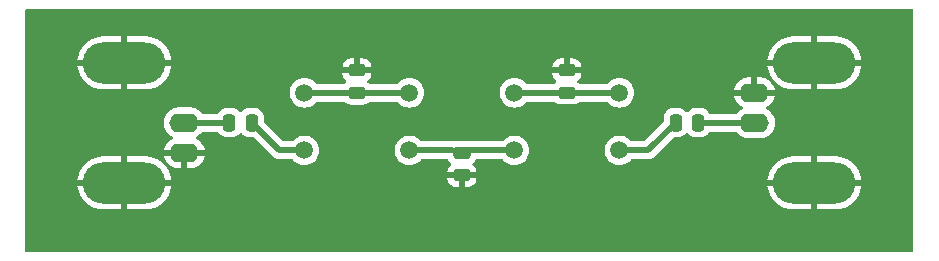
<source format=gbr>
%TF.GenerationSoftware,KiCad,Pcbnew,8.0.1*%
%TF.CreationDate,2024-04-20T09:08:36+02:00*%
%TF.ProjectId,Quarzfilter,51756172-7a66-4696-9c74-65722e6b6963,rev?*%
%TF.SameCoordinates,Original*%
%TF.FileFunction,Copper,L1,Top*%
%TF.FilePolarity,Positive*%
%FSLAX46Y46*%
G04 Gerber Fmt 4.6, Leading zero omitted, Abs format (unit mm)*
G04 Created by KiCad (PCBNEW 8.0.1) date 2024-04-20 09:08:36*
%MOMM*%
%LPD*%
G01*
G04 APERTURE LIST*
G04 Aperture macros list*
%AMRoundRect*
0 Rectangle with rounded corners*
0 $1 Rounding radius*
0 $2 $3 $4 $5 $6 $7 $8 $9 X,Y pos of 4 corners*
0 Add a 4 corners polygon primitive as box body*
4,1,4,$2,$3,$4,$5,$6,$7,$8,$9,$2,$3,0*
0 Add four circle primitives for the rounded corners*
1,1,$1+$1,$2,$3*
1,1,$1+$1,$4,$5*
1,1,$1+$1,$6,$7*
1,1,$1+$1,$8,$9*
0 Add four rect primitives between the rounded corners*
20,1,$1+$1,$2,$3,$4,$5,0*
20,1,$1+$1,$4,$5,$6,$7,0*
20,1,$1+$1,$6,$7,$8,$9,0*
20,1,$1+$1,$8,$9,$2,$3,0*%
G04 Aperture macros list end*
%TA.AperFunction,ComponentPad*%
%ADD10C,1.500000*%
%TD*%
%TA.AperFunction,ComponentPad*%
%ADD11O,2.500000X1.600000*%
%TD*%
%TA.AperFunction,ComponentPad*%
%ADD12O,7.000000X3.500000*%
%TD*%
%TA.AperFunction,SMDPad,CuDef*%
%ADD13RoundRect,0.250000X-0.250000X-0.475000X0.250000X-0.475000X0.250000X0.475000X-0.250000X0.475000X0*%
%TD*%
%TA.AperFunction,SMDPad,CuDef*%
%ADD14RoundRect,0.250000X-0.475000X0.250000X-0.475000X-0.250000X0.475000X-0.250000X0.475000X0.250000X0*%
%TD*%
%TA.AperFunction,SMDPad,CuDef*%
%ADD15RoundRect,0.250000X0.475000X-0.250000X0.475000X0.250000X-0.475000X0.250000X-0.475000X-0.250000X0*%
%TD*%
%TA.AperFunction,Conductor*%
%ADD16C,0.500000*%
%TD*%
%TA.AperFunction,Conductor*%
%ADD17C,0.200000*%
%TD*%
G04 APERTURE END LIST*
D10*
%TO.P,Y4,1,1*%
%TO.N,Net-(C4-Pad2)*%
X151130000Y-86360000D03*
%TO.P,Y4,2,2*%
%TO.N,Net-(C5-Pad1)*%
X151130000Y-91240000D03*
%TD*%
%TO.P,Y3,1,1*%
%TO.N,Net-(C3-Pad2)*%
X142240000Y-91240000D03*
%TO.P,Y3,2,2*%
%TO.N,Net-(C4-Pad2)*%
X142240000Y-86360000D03*
%TD*%
%TO.P,Y2,1,1*%
%TO.N,Net-(C2-Pad1)*%
X133350000Y-86360000D03*
%TO.P,Y2,2,2*%
%TO.N,Net-(C3-Pad2)*%
X133350000Y-91240000D03*
%TD*%
%TO.P,Y1,1,1*%
%TO.N,Net-(C1-Pad2)*%
X124460000Y-91240000D03*
%TO.P,Y1,2,2*%
%TO.N,Net-(C2-Pad1)*%
X124460000Y-86360000D03*
%TD*%
D11*
%TO.P,J2,1,In*%
%TO.N,Net-(J2-In)*%
X162560000Y-88900000D03*
D12*
%TO.P,J2,2,Ext*%
%TO.N,GND*%
X167640000Y-83820000D03*
D11*
X162560000Y-86360000D03*
D12*
X167640000Y-93980000D03*
%TD*%
D11*
%TO.P,J1,1,In*%
%TO.N,Net-(J1-In)*%
X114300000Y-88900000D03*
D12*
%TO.P,J1,2,Ext*%
%TO.N,GND*%
X109220000Y-93980000D03*
D11*
X114300000Y-91440000D03*
D12*
X109220000Y-83820000D03*
%TD*%
D13*
%TO.P,C5,1*%
%TO.N,Net-(C5-Pad1)*%
X155895000Y-88900000D03*
%TO.P,C5,2*%
%TO.N,Net-(J2-In)*%
X157795000Y-88900000D03*
%TD*%
D14*
%TO.P,C4,1*%
%TO.N,GND*%
X146685000Y-84455000D03*
%TO.P,C4,2*%
%TO.N,Net-(C4-Pad2)*%
X146685000Y-86355000D03*
%TD*%
D15*
%TO.P,C3,1*%
%TO.N,GND*%
X137795000Y-93340000D03*
%TO.P,C3,2*%
%TO.N,Net-(C3-Pad2)*%
X137795000Y-91440000D03*
%TD*%
%TO.P,C2,1*%
%TO.N,Net-(C2-Pad1)*%
X128905000Y-86360000D03*
%TO.P,C2,2*%
%TO.N,GND*%
X128905000Y-84460000D03*
%TD*%
D13*
%TO.P,C1,1*%
%TO.N,Net-(J1-In)*%
X118110000Y-88900000D03*
%TO.P,C1,2*%
%TO.N,Net-(C1-Pad2)*%
X120010000Y-88900000D03*
%TD*%
D16*
%TO.N,Net-(J1-In)*%
X118110000Y-88900000D02*
X114300000Y-88900000D01*
%TO.N,Net-(C1-Pad2)*%
X124460000Y-91240000D02*
X122350000Y-91240000D01*
X122350000Y-91240000D02*
X120010000Y-88900000D01*
%TO.N,Net-(C2-Pad1)*%
X128905000Y-86360000D02*
X124460000Y-86360000D01*
X133350000Y-86360000D02*
X128905000Y-86360000D01*
D17*
%TO.N,Net-(C3-Pad2)*%
X137795000Y-91440000D02*
X137160000Y-91440000D01*
X137160000Y-91440000D02*
X136960000Y-91240000D01*
D16*
X136960000Y-91240000D02*
X133350000Y-91240000D01*
X142240000Y-91240000D02*
X137995000Y-91240000D01*
D17*
X137995000Y-91240000D02*
X137795000Y-91440000D01*
D16*
%TO.N,Net-(C4-Pad2)*%
X146685000Y-86355000D02*
X142245000Y-86355000D01*
D17*
X142245000Y-86355000D02*
X142240000Y-86360000D01*
D16*
X151130000Y-86360000D02*
X146690000Y-86360000D01*
D17*
X146690000Y-86360000D02*
X146685000Y-86355000D01*
D16*
%TO.N,Net-(C5-Pad1)*%
X155895000Y-88900000D02*
X153555000Y-91240000D01*
X153555000Y-91240000D02*
X151130000Y-91240000D01*
%TO.N,Net-(J2-In)*%
X161925000Y-88900000D02*
X157795000Y-88900000D01*
%TD*%
%TA.AperFunction,Conductor*%
%TO.N,GND*%
G36*
X175972539Y-79260185D02*
G01*
X176018294Y-79312989D01*
X176029500Y-79364500D01*
X176029500Y-99705500D01*
X176009815Y-99772539D01*
X175957011Y-99818294D01*
X175905500Y-99829500D01*
X100954500Y-99829500D01*
X100887461Y-99809815D01*
X100841706Y-99757011D01*
X100830500Y-99705500D01*
X100830500Y-93730000D01*
X105233497Y-93730000D01*
X108245038Y-93730000D01*
X108215000Y-93881016D01*
X108215000Y-94078984D01*
X108245038Y-94230000D01*
X105233498Y-94230000D01*
X105258496Y-94419884D01*
X105258499Y-94419897D01*
X105334835Y-94704790D01*
X105334838Y-94704800D01*
X105447704Y-94977281D01*
X105447709Y-94977292D01*
X105595174Y-95232707D01*
X105595185Y-95232723D01*
X105774729Y-95466709D01*
X105774735Y-95466716D01*
X105983283Y-95675264D01*
X105983290Y-95675270D01*
X106217276Y-95854814D01*
X106217292Y-95854825D01*
X106472707Y-96002290D01*
X106472718Y-96002295D01*
X106745199Y-96115161D01*
X106745209Y-96115164D01*
X107030102Y-96191500D01*
X107030115Y-96191503D01*
X107322516Y-96229998D01*
X107322534Y-96230000D01*
X108970000Y-96230000D01*
X108970000Y-94954961D01*
X109121016Y-94985000D01*
X109318984Y-94985000D01*
X109470000Y-94954961D01*
X109470000Y-96230000D01*
X111117466Y-96230000D01*
X111117483Y-96229998D01*
X111409884Y-96191503D01*
X111409897Y-96191500D01*
X111694790Y-96115164D01*
X111694800Y-96115161D01*
X111967281Y-96002295D01*
X111967292Y-96002290D01*
X112222707Y-95854825D01*
X112222723Y-95854814D01*
X112456709Y-95675270D01*
X112456716Y-95675264D01*
X112665264Y-95466716D01*
X112665270Y-95466709D01*
X112844814Y-95232723D01*
X112844825Y-95232707D01*
X112992290Y-94977292D01*
X112992295Y-94977281D01*
X113105161Y-94704800D01*
X113105164Y-94704790D01*
X113181500Y-94419897D01*
X113181503Y-94419884D01*
X113206502Y-94230000D01*
X110194962Y-94230000D01*
X110225000Y-94078984D01*
X110225000Y-93881016D01*
X110194962Y-93730000D01*
X113206502Y-93730000D01*
X113188071Y-93590000D01*
X136570001Y-93590000D01*
X136570001Y-93639986D01*
X136580494Y-93742697D01*
X136635641Y-93909119D01*
X136635643Y-93909124D01*
X136727684Y-94058345D01*
X136851654Y-94182315D01*
X137000875Y-94274356D01*
X137000880Y-94274358D01*
X137167302Y-94329505D01*
X137167309Y-94329506D01*
X137270019Y-94339999D01*
X137544999Y-94339999D01*
X137545000Y-94339998D01*
X137545000Y-93590000D01*
X138045000Y-93590000D01*
X138045000Y-94339999D01*
X138319972Y-94339999D01*
X138319986Y-94339998D01*
X138422697Y-94329505D01*
X138589119Y-94274358D01*
X138589124Y-94274356D01*
X138738345Y-94182315D01*
X138862315Y-94058345D01*
X138954356Y-93909124D01*
X138954358Y-93909119D01*
X139009505Y-93742697D01*
X139009506Y-93742690D01*
X139010803Y-93730000D01*
X163653497Y-93730000D01*
X166665038Y-93730000D01*
X166635000Y-93881016D01*
X166635000Y-94078984D01*
X166665038Y-94230000D01*
X163653498Y-94230000D01*
X163678496Y-94419884D01*
X163678499Y-94419897D01*
X163754835Y-94704790D01*
X163754838Y-94704800D01*
X163867704Y-94977281D01*
X163867709Y-94977292D01*
X164015174Y-95232707D01*
X164015185Y-95232723D01*
X164194729Y-95466709D01*
X164194735Y-95466716D01*
X164403283Y-95675264D01*
X164403290Y-95675270D01*
X164637276Y-95854814D01*
X164637292Y-95854825D01*
X164892707Y-96002290D01*
X164892718Y-96002295D01*
X165165199Y-96115161D01*
X165165209Y-96115164D01*
X165450102Y-96191500D01*
X165450115Y-96191503D01*
X165742516Y-96229998D01*
X165742534Y-96230000D01*
X167390000Y-96230000D01*
X167390000Y-94954961D01*
X167541016Y-94985000D01*
X167738984Y-94985000D01*
X167890000Y-94954961D01*
X167890000Y-96230000D01*
X169537466Y-96230000D01*
X169537483Y-96229998D01*
X169829884Y-96191503D01*
X169829897Y-96191500D01*
X170114790Y-96115164D01*
X170114800Y-96115161D01*
X170387281Y-96002295D01*
X170387292Y-96002290D01*
X170642707Y-95854825D01*
X170642723Y-95854814D01*
X170876709Y-95675270D01*
X170876716Y-95675264D01*
X171085264Y-95466716D01*
X171085270Y-95466709D01*
X171264814Y-95232723D01*
X171264825Y-95232707D01*
X171412290Y-94977292D01*
X171412295Y-94977281D01*
X171525161Y-94704800D01*
X171525164Y-94704790D01*
X171601500Y-94419897D01*
X171601503Y-94419884D01*
X171626502Y-94230000D01*
X168614962Y-94230000D01*
X168645000Y-94078984D01*
X168645000Y-93881016D01*
X168614962Y-93730000D01*
X171626502Y-93730000D01*
X171601503Y-93540115D01*
X171601500Y-93540102D01*
X171525164Y-93255209D01*
X171525161Y-93255199D01*
X171412295Y-92982718D01*
X171412290Y-92982707D01*
X171264825Y-92727292D01*
X171264814Y-92727276D01*
X171085270Y-92493290D01*
X171085264Y-92493283D01*
X170876716Y-92284735D01*
X170876709Y-92284729D01*
X170642723Y-92105185D01*
X170642707Y-92105174D01*
X170387292Y-91957709D01*
X170387281Y-91957704D01*
X170114800Y-91844838D01*
X170114790Y-91844835D01*
X169829897Y-91768499D01*
X169829884Y-91768496D01*
X169537483Y-91730001D01*
X169537466Y-91730000D01*
X167890000Y-91730000D01*
X167890000Y-93005038D01*
X167738984Y-92975000D01*
X167541016Y-92975000D01*
X167390000Y-93005038D01*
X167390000Y-91730000D01*
X165742534Y-91730000D01*
X165742516Y-91730001D01*
X165450115Y-91768496D01*
X165450102Y-91768499D01*
X165165209Y-91844835D01*
X165165199Y-91844838D01*
X164892718Y-91957704D01*
X164892707Y-91957709D01*
X164637292Y-92105174D01*
X164637276Y-92105185D01*
X164403290Y-92284729D01*
X164403283Y-92284735D01*
X164194735Y-92493283D01*
X164194729Y-92493290D01*
X164015185Y-92727276D01*
X164015174Y-92727292D01*
X163867709Y-92982707D01*
X163867704Y-92982718D01*
X163754838Y-93255199D01*
X163754835Y-93255209D01*
X163678499Y-93540102D01*
X163678496Y-93540115D01*
X163653497Y-93730000D01*
X139010803Y-93730000D01*
X139019999Y-93639986D01*
X139020000Y-93639973D01*
X139020000Y-93590000D01*
X138045000Y-93590000D01*
X137545000Y-93590000D01*
X136570001Y-93590000D01*
X113188071Y-93590000D01*
X113181503Y-93540115D01*
X113181500Y-93540102D01*
X113105164Y-93255209D01*
X113105161Y-93255199D01*
X112992295Y-92982718D01*
X112992290Y-92982707D01*
X112844825Y-92727292D01*
X112844814Y-92727276D01*
X112665270Y-92493290D01*
X112665264Y-92493283D01*
X112456716Y-92284735D01*
X112456709Y-92284729D01*
X112222723Y-92105185D01*
X112222707Y-92105174D01*
X111967292Y-91957709D01*
X111967281Y-91957704D01*
X111694800Y-91844838D01*
X111694790Y-91844835D01*
X111409897Y-91768499D01*
X111409884Y-91768496D01*
X111117483Y-91730001D01*
X111117466Y-91730000D01*
X109470000Y-91730000D01*
X109470000Y-93005038D01*
X109318984Y-92975000D01*
X109121016Y-92975000D01*
X108970000Y-93005038D01*
X108970000Y-91730000D01*
X107322534Y-91730000D01*
X107322516Y-91730001D01*
X107030115Y-91768496D01*
X107030102Y-91768499D01*
X106745209Y-91844835D01*
X106745199Y-91844838D01*
X106472718Y-91957704D01*
X106472707Y-91957709D01*
X106217292Y-92105174D01*
X106217276Y-92105185D01*
X105983290Y-92284729D01*
X105983283Y-92284735D01*
X105774735Y-92493283D01*
X105774729Y-92493290D01*
X105595185Y-92727276D01*
X105595174Y-92727292D01*
X105447709Y-92982707D01*
X105447704Y-92982718D01*
X105334838Y-93255199D01*
X105334835Y-93255209D01*
X105258499Y-93540102D01*
X105258496Y-93540115D01*
X105233497Y-93730000D01*
X100830500Y-93730000D01*
X100830500Y-89002351D01*
X112549500Y-89002351D01*
X112581522Y-89204534D01*
X112644781Y-89399223D01*
X112737715Y-89581613D01*
X112858028Y-89747213D01*
X113002786Y-89891971D01*
X113107037Y-89967712D01*
X113168390Y-90012287D01*
X113240424Y-90048990D01*
X113261629Y-90059795D01*
X113312425Y-90107770D01*
X113329220Y-90175591D01*
X113306682Y-90241726D01*
X113261629Y-90280765D01*
X113168650Y-90328140D01*
X113003105Y-90448417D01*
X113003104Y-90448417D01*
X112858417Y-90593104D01*
X112858417Y-90593105D01*
X112738140Y-90758650D01*
X112645244Y-90940970D01*
X112582009Y-91135586D01*
X112573391Y-91190000D01*
X113930496Y-91190000D01*
X113885326Y-91268236D01*
X113855000Y-91381415D01*
X113855000Y-91498585D01*
X113885326Y-91611764D01*
X113930496Y-91690000D01*
X112573391Y-91690000D01*
X112582009Y-91744413D01*
X112645244Y-91939029D01*
X112738140Y-92121349D01*
X112858417Y-92286894D01*
X112858417Y-92286895D01*
X113003104Y-92431582D01*
X113168650Y-92551859D01*
X113350968Y-92644755D01*
X113545582Y-92707990D01*
X113747683Y-92740000D01*
X114050000Y-92740000D01*
X114050000Y-91809504D01*
X114128236Y-91854674D01*
X114241415Y-91885000D01*
X114358585Y-91885000D01*
X114471764Y-91854674D01*
X114550000Y-91809504D01*
X114550000Y-92740000D01*
X114852317Y-92740000D01*
X115054417Y-92707990D01*
X115249031Y-92644755D01*
X115431349Y-92551859D01*
X115596894Y-92431582D01*
X115596895Y-92431582D01*
X115741582Y-92286895D01*
X115741582Y-92286894D01*
X115861859Y-92121349D01*
X115954755Y-91939029D01*
X116017990Y-91744413D01*
X116026609Y-91690000D01*
X114669504Y-91690000D01*
X114714674Y-91611764D01*
X114745000Y-91498585D01*
X114745000Y-91381415D01*
X114714674Y-91268236D01*
X114669504Y-91190000D01*
X116026609Y-91190000D01*
X116017990Y-91135586D01*
X115954755Y-90940970D01*
X115861859Y-90758650D01*
X115741582Y-90593105D01*
X115741582Y-90593104D01*
X115596895Y-90448417D01*
X115431349Y-90328140D01*
X115338370Y-90280765D01*
X115287574Y-90232790D01*
X115270779Y-90164969D01*
X115293316Y-90098835D01*
X115338370Y-90059795D01*
X115431610Y-90012287D01*
X115492963Y-89967712D01*
X115597213Y-89891971D01*
X115597215Y-89891968D01*
X115597219Y-89891966D01*
X115741966Y-89747219D01*
X115744650Y-89743524D01*
X115775100Y-89701615D01*
X115830429Y-89658949D01*
X115875418Y-89650500D01*
X117078942Y-89650500D01*
X117145981Y-89670185D01*
X117184479Y-89709401D01*
X117267288Y-89843656D01*
X117391344Y-89967712D01*
X117540666Y-90059814D01*
X117707203Y-90114999D01*
X117809991Y-90125500D01*
X118410008Y-90125499D01*
X118410016Y-90125498D01*
X118410019Y-90125498D01*
X118466302Y-90119748D01*
X118512797Y-90114999D01*
X118679334Y-90059814D01*
X118828656Y-89967712D01*
X118952712Y-89843656D01*
X118954461Y-89840819D01*
X118956169Y-89839283D01*
X118957193Y-89837989D01*
X118957414Y-89838163D01*
X119006406Y-89794096D01*
X119075368Y-89782872D01*
X119139451Y-89810713D01*
X119165537Y-89840817D01*
X119167288Y-89843656D01*
X119291344Y-89967712D01*
X119440666Y-90059814D01*
X119607203Y-90114999D01*
X119709991Y-90125500D01*
X120122769Y-90125499D01*
X120189808Y-90145183D01*
X120210450Y-90161818D01*
X121871578Y-91822947D01*
X121871581Y-91822950D01*
X121871584Y-91822952D01*
X121938464Y-91867639D01*
X121994505Y-91905084D01*
X122031771Y-91920520D01*
X122131088Y-91961659D01*
X122247241Y-91984763D01*
X122266468Y-91988587D01*
X122276081Y-91990500D01*
X122276082Y-91990500D01*
X122276083Y-91990500D01*
X122423918Y-91990500D01*
X123394376Y-91990500D01*
X123461415Y-92010185D01*
X123495949Y-92043374D01*
X123498402Y-92046877D01*
X123653123Y-92201598D01*
X123832361Y-92327102D01*
X124030670Y-92419575D01*
X124242023Y-92476207D01*
X124424926Y-92492208D01*
X124459998Y-92495277D01*
X124460000Y-92495277D01*
X124460002Y-92495277D01*
X124488254Y-92492805D01*
X124677977Y-92476207D01*
X124889330Y-92419575D01*
X125087639Y-92327102D01*
X125266877Y-92201598D01*
X125421598Y-92046877D01*
X125547102Y-91867639D01*
X125639575Y-91669330D01*
X125696207Y-91457977D01*
X125715277Y-91240002D01*
X132094723Y-91240002D01*
X132113793Y-91457975D01*
X132113793Y-91457979D01*
X132170422Y-91669322D01*
X132170424Y-91669326D01*
X132170425Y-91669330D01*
X132205437Y-91744413D01*
X132262897Y-91867638D01*
X132262898Y-91867639D01*
X132388402Y-92046877D01*
X132543123Y-92201598D01*
X132722361Y-92327102D01*
X132920670Y-92419575D01*
X133132023Y-92476207D01*
X133314926Y-92492208D01*
X133349998Y-92495277D01*
X133350000Y-92495277D01*
X133350002Y-92495277D01*
X133378254Y-92492805D01*
X133567977Y-92476207D01*
X133779330Y-92419575D01*
X133977639Y-92327102D01*
X134156877Y-92201598D01*
X134311598Y-92046877D01*
X134314050Y-92043374D01*
X134368628Y-91999751D01*
X134415624Y-91990500D01*
X136554362Y-91990500D01*
X136621401Y-92010185D01*
X136659899Y-92049401D01*
X136727288Y-92158656D01*
X136851344Y-92282712D01*
X136854614Y-92284729D01*
X136854653Y-92284753D01*
X136856445Y-92286746D01*
X136857011Y-92287193D01*
X136856934Y-92287289D01*
X136901379Y-92336699D01*
X136912603Y-92405661D01*
X136884761Y-92469744D01*
X136854665Y-92495826D01*
X136851660Y-92497679D01*
X136851655Y-92497683D01*
X136727684Y-92621654D01*
X136635643Y-92770875D01*
X136635641Y-92770880D01*
X136580494Y-92937302D01*
X136580493Y-92937309D01*
X136570000Y-93040013D01*
X136570000Y-93090000D01*
X139019999Y-93090000D01*
X139019999Y-93040028D01*
X139019998Y-93040013D01*
X139009505Y-92937302D01*
X138954358Y-92770880D01*
X138954356Y-92770875D01*
X138862315Y-92621654D01*
X138738344Y-92497683D01*
X138738341Y-92497681D01*
X138735339Y-92495829D01*
X138733713Y-92494021D01*
X138732677Y-92493202D01*
X138732817Y-92493024D01*
X138688617Y-92443880D01*
X138677397Y-92374917D01*
X138705243Y-92310836D01*
X138735344Y-92284754D01*
X138738656Y-92282712D01*
X138862712Y-92158656D01*
X138930099Y-92049402D01*
X138982047Y-92002679D01*
X139035638Y-91990500D01*
X141174376Y-91990500D01*
X141241415Y-92010185D01*
X141275949Y-92043374D01*
X141278402Y-92046877D01*
X141433123Y-92201598D01*
X141612361Y-92327102D01*
X141810670Y-92419575D01*
X142022023Y-92476207D01*
X142204926Y-92492208D01*
X142239998Y-92495277D01*
X142240000Y-92495277D01*
X142240002Y-92495277D01*
X142268254Y-92492805D01*
X142457977Y-92476207D01*
X142669330Y-92419575D01*
X142867639Y-92327102D01*
X143046877Y-92201598D01*
X143201598Y-92046877D01*
X143327102Y-91867639D01*
X143419575Y-91669330D01*
X143476207Y-91457977D01*
X143495277Y-91240002D01*
X149874723Y-91240002D01*
X149893793Y-91457975D01*
X149893793Y-91457979D01*
X149950422Y-91669322D01*
X149950424Y-91669326D01*
X149950425Y-91669330D01*
X149985437Y-91744413D01*
X150042897Y-91867638D01*
X150042898Y-91867639D01*
X150168402Y-92046877D01*
X150323123Y-92201598D01*
X150502361Y-92327102D01*
X150700670Y-92419575D01*
X150912023Y-92476207D01*
X151094926Y-92492208D01*
X151129998Y-92495277D01*
X151130000Y-92495277D01*
X151130002Y-92495277D01*
X151158254Y-92492805D01*
X151347977Y-92476207D01*
X151559330Y-92419575D01*
X151757639Y-92327102D01*
X151936877Y-92201598D01*
X152091598Y-92046877D01*
X152094050Y-92043374D01*
X152148628Y-91999751D01*
X152195624Y-91990500D01*
X153628920Y-91990500D01*
X153726462Y-91971096D01*
X153773913Y-91961658D01*
X153910495Y-91905084D01*
X153966536Y-91867639D01*
X154033416Y-91822952D01*
X155694549Y-90161817D01*
X155755872Y-90128333D01*
X155782230Y-90125499D01*
X156195002Y-90125499D01*
X156195008Y-90125499D01*
X156297797Y-90114999D01*
X156464334Y-90059814D01*
X156613656Y-89967712D01*
X156737712Y-89843656D01*
X156739461Y-89840819D01*
X156741169Y-89839283D01*
X156742193Y-89837989D01*
X156742414Y-89838163D01*
X156791406Y-89794096D01*
X156860368Y-89782872D01*
X156924451Y-89810713D01*
X156950537Y-89840817D01*
X156952288Y-89843656D01*
X157076344Y-89967712D01*
X157225666Y-90059814D01*
X157392203Y-90114999D01*
X157494991Y-90125500D01*
X158095008Y-90125499D01*
X158095016Y-90125498D01*
X158095019Y-90125498D01*
X158151302Y-90119748D01*
X158197797Y-90114999D01*
X158364334Y-90059814D01*
X158513656Y-89967712D01*
X158637712Y-89843656D01*
X158720519Y-89709402D01*
X158772467Y-89662679D01*
X158826058Y-89650500D01*
X160984582Y-89650500D01*
X161051621Y-89670185D01*
X161084900Y-89701615D01*
X161118028Y-89747212D01*
X161118032Y-89747217D01*
X161262786Y-89891971D01*
X161367037Y-89967712D01*
X161428390Y-90012287D01*
X161521630Y-90059795D01*
X161610776Y-90105218D01*
X161610778Y-90105218D01*
X161610781Y-90105220D01*
X161715137Y-90139127D01*
X161805465Y-90168477D01*
X161850381Y-90175591D01*
X162007648Y-90200500D01*
X162007649Y-90200500D01*
X163112351Y-90200500D01*
X163112352Y-90200500D01*
X163314534Y-90168477D01*
X163509219Y-90105220D01*
X163691610Y-90012287D01*
X163784590Y-89944732D01*
X163857213Y-89891971D01*
X163857215Y-89891968D01*
X163857219Y-89891966D01*
X164001966Y-89747219D01*
X164001968Y-89747215D01*
X164001971Y-89747213D01*
X164073685Y-89648505D01*
X164122287Y-89581610D01*
X164215220Y-89399219D01*
X164278477Y-89204534D01*
X164310500Y-89002352D01*
X164310500Y-88797648D01*
X164278477Y-88595466D01*
X164215220Y-88400781D01*
X164215218Y-88400778D01*
X164215218Y-88400776D01*
X164181503Y-88334607D01*
X164122287Y-88218390D01*
X164072236Y-88149500D01*
X164001971Y-88052786D01*
X163857213Y-87908028D01*
X163691611Y-87787713D01*
X163598369Y-87740203D01*
X163547574Y-87692229D01*
X163530779Y-87624407D01*
X163553317Y-87558273D01*
X163598371Y-87519234D01*
X163691347Y-87471861D01*
X163856894Y-87351582D01*
X163856895Y-87351582D01*
X164001582Y-87206895D01*
X164001582Y-87206894D01*
X164121859Y-87041349D01*
X164214755Y-86859029D01*
X164277990Y-86664413D01*
X164286609Y-86610000D01*
X162929504Y-86610000D01*
X162974674Y-86531764D01*
X163005000Y-86418585D01*
X163005000Y-86301415D01*
X162974674Y-86188236D01*
X162929504Y-86110000D01*
X164286609Y-86110000D01*
X164277990Y-86055586D01*
X164214755Y-85860970D01*
X164121859Y-85678650D01*
X164001582Y-85513105D01*
X164001582Y-85513104D01*
X163856895Y-85368417D01*
X163691349Y-85248140D01*
X163509031Y-85155244D01*
X163314417Y-85092009D01*
X163112317Y-85060000D01*
X162810000Y-85060000D01*
X162810000Y-85990495D01*
X162731764Y-85945326D01*
X162618585Y-85915000D01*
X162501415Y-85915000D01*
X162388236Y-85945326D01*
X162310000Y-85990495D01*
X162310000Y-85060000D01*
X162007683Y-85060000D01*
X161805582Y-85092009D01*
X161610968Y-85155244D01*
X161428650Y-85248140D01*
X161263105Y-85368417D01*
X161263104Y-85368417D01*
X161118417Y-85513104D01*
X161118417Y-85513105D01*
X160998140Y-85678650D01*
X160905244Y-85860970D01*
X160842009Y-86055586D01*
X160833391Y-86110000D01*
X162190496Y-86110000D01*
X162145326Y-86188236D01*
X162115000Y-86301415D01*
X162115000Y-86418585D01*
X162145326Y-86531764D01*
X162190496Y-86610000D01*
X160833391Y-86610000D01*
X160842009Y-86664413D01*
X160905244Y-86859029D01*
X160998140Y-87041349D01*
X161118417Y-87206894D01*
X161118417Y-87206895D01*
X161263104Y-87351582D01*
X161428652Y-87471861D01*
X161521628Y-87519234D01*
X161572425Y-87567208D01*
X161589220Y-87635029D01*
X161566683Y-87701164D01*
X161521630Y-87740203D01*
X161428388Y-87787713D01*
X161262786Y-87908028D01*
X161118032Y-88052782D01*
X161118028Y-88052787D01*
X161084900Y-88098385D01*
X161029571Y-88141051D01*
X160984582Y-88149500D01*
X158826058Y-88149500D01*
X158759019Y-88129815D01*
X158720519Y-88090597D01*
X158697198Y-88052787D01*
X158637712Y-87956344D01*
X158513656Y-87832288D01*
X158364334Y-87740186D01*
X158197797Y-87685001D01*
X158197795Y-87685000D01*
X158095010Y-87674500D01*
X157494998Y-87674500D01*
X157494980Y-87674501D01*
X157392203Y-87685000D01*
X157392200Y-87685001D01*
X157225668Y-87740185D01*
X157225663Y-87740187D01*
X157076342Y-87832289D01*
X156952285Y-87956346D01*
X156950537Y-87959182D01*
X156948829Y-87960717D01*
X156947807Y-87962011D01*
X156947585Y-87961836D01*
X156898589Y-88005905D01*
X156829626Y-88017126D01*
X156765544Y-87989282D01*
X156739463Y-87959182D01*
X156737714Y-87956346D01*
X156613657Y-87832289D01*
X156613656Y-87832288D01*
X156464334Y-87740186D01*
X156297797Y-87685001D01*
X156297795Y-87685000D01*
X156195010Y-87674500D01*
X155594998Y-87674500D01*
X155594980Y-87674501D01*
X155492203Y-87685000D01*
X155492200Y-87685001D01*
X155325668Y-87740185D01*
X155325663Y-87740187D01*
X155176342Y-87832289D01*
X155052289Y-87956342D01*
X154960187Y-88105663D01*
X154960185Y-88105668D01*
X154945661Y-88149500D01*
X154905001Y-88272203D01*
X154905001Y-88272204D01*
X154905000Y-88272204D01*
X154894500Y-88374983D01*
X154894500Y-88787769D01*
X154874815Y-88854808D01*
X154858181Y-88875450D01*
X153280451Y-90453181D01*
X153219128Y-90486666D01*
X153192770Y-90489500D01*
X152195624Y-90489500D01*
X152128585Y-90469815D01*
X152094048Y-90436622D01*
X152091598Y-90433123D01*
X152091594Y-90433119D01*
X151936877Y-90278402D01*
X151757639Y-90152898D01*
X151757640Y-90152898D01*
X151757638Y-90152897D01*
X151655389Y-90105218D01*
X151559330Y-90060425D01*
X151559326Y-90060424D01*
X151559322Y-90060422D01*
X151347977Y-90003793D01*
X151130002Y-89984723D01*
X151129998Y-89984723D01*
X150984682Y-89997436D01*
X150912023Y-90003793D01*
X150912020Y-90003793D01*
X150700677Y-90060422D01*
X150700668Y-90060426D01*
X150502361Y-90152898D01*
X150502357Y-90152900D01*
X150323121Y-90278402D01*
X150168402Y-90433121D01*
X150042900Y-90612357D01*
X150042898Y-90612361D01*
X149950426Y-90810668D01*
X149950422Y-90810677D01*
X149893793Y-91022020D01*
X149893793Y-91022024D01*
X149874723Y-91239997D01*
X149874723Y-91240002D01*
X143495277Y-91240002D01*
X143495277Y-91240000D01*
X143476207Y-91022023D01*
X143419575Y-90810670D01*
X143327102Y-90612362D01*
X143327100Y-90612359D01*
X143327099Y-90612357D01*
X143201599Y-90433124D01*
X143201594Y-90433119D01*
X143046877Y-90278402D01*
X142867639Y-90152898D01*
X142867640Y-90152898D01*
X142867638Y-90152897D01*
X142765389Y-90105218D01*
X142669330Y-90060425D01*
X142669326Y-90060424D01*
X142669322Y-90060422D01*
X142457977Y-90003793D01*
X142240002Y-89984723D01*
X142239998Y-89984723D01*
X142094682Y-89997436D01*
X142022023Y-90003793D01*
X142022020Y-90003793D01*
X141810677Y-90060422D01*
X141810668Y-90060426D01*
X141612361Y-90152898D01*
X141612357Y-90152900D01*
X141433121Y-90278402D01*
X141278404Y-90433119D01*
X141275952Y-90436622D01*
X141221375Y-90480248D01*
X141174376Y-90489500D01*
X138562007Y-90489500D01*
X138523003Y-90483206D01*
X138514076Y-90480248D01*
X138422797Y-90450001D01*
X138422795Y-90450000D01*
X138320010Y-90439500D01*
X137269998Y-90439500D01*
X137269980Y-90439501D01*
X137167203Y-90450000D01*
X137167199Y-90450001D01*
X137066995Y-90483206D01*
X137027991Y-90489500D01*
X134415624Y-90489500D01*
X134348585Y-90469815D01*
X134314048Y-90436622D01*
X134311598Y-90433123D01*
X134311594Y-90433119D01*
X134156877Y-90278402D01*
X133977639Y-90152898D01*
X133977640Y-90152898D01*
X133977638Y-90152897D01*
X133875389Y-90105218D01*
X133779330Y-90060425D01*
X133779326Y-90060424D01*
X133779322Y-90060422D01*
X133567977Y-90003793D01*
X133350002Y-89984723D01*
X133349998Y-89984723D01*
X133204682Y-89997436D01*
X133132023Y-90003793D01*
X133132020Y-90003793D01*
X132920677Y-90060422D01*
X132920668Y-90060426D01*
X132722361Y-90152898D01*
X132722357Y-90152900D01*
X132543121Y-90278402D01*
X132388402Y-90433121D01*
X132262900Y-90612357D01*
X132262898Y-90612361D01*
X132170426Y-90810668D01*
X132170422Y-90810677D01*
X132113793Y-91022020D01*
X132113793Y-91022024D01*
X132094723Y-91239997D01*
X132094723Y-91240002D01*
X125715277Y-91240002D01*
X125715277Y-91240000D01*
X125696207Y-91022023D01*
X125639575Y-90810670D01*
X125547102Y-90612362D01*
X125547100Y-90612359D01*
X125547099Y-90612357D01*
X125421599Y-90433124D01*
X125421594Y-90433119D01*
X125266877Y-90278402D01*
X125087639Y-90152898D01*
X125087640Y-90152898D01*
X125087638Y-90152897D01*
X124985389Y-90105218D01*
X124889330Y-90060425D01*
X124889326Y-90060424D01*
X124889322Y-90060422D01*
X124677977Y-90003793D01*
X124460002Y-89984723D01*
X124459998Y-89984723D01*
X124314682Y-89997436D01*
X124242023Y-90003793D01*
X124242020Y-90003793D01*
X124030677Y-90060422D01*
X124030668Y-90060426D01*
X123832361Y-90152898D01*
X123832357Y-90152900D01*
X123653121Y-90278402D01*
X123498404Y-90433119D01*
X123495952Y-90436622D01*
X123441375Y-90480248D01*
X123394376Y-90489500D01*
X122712230Y-90489500D01*
X122645191Y-90469815D01*
X122624549Y-90453181D01*
X121046818Y-88875450D01*
X121013333Y-88814127D01*
X121010499Y-88787769D01*
X121010499Y-88374998D01*
X121010498Y-88374981D01*
X120999999Y-88272203D01*
X120999998Y-88272200D01*
X120982166Y-88218386D01*
X120944814Y-88105666D01*
X120852712Y-87956344D01*
X120728656Y-87832288D01*
X120579334Y-87740186D01*
X120412797Y-87685001D01*
X120412795Y-87685000D01*
X120310010Y-87674500D01*
X119709998Y-87674500D01*
X119709980Y-87674501D01*
X119607203Y-87685000D01*
X119607200Y-87685001D01*
X119440668Y-87740185D01*
X119440663Y-87740187D01*
X119291342Y-87832289D01*
X119167285Y-87956346D01*
X119165537Y-87959182D01*
X119163829Y-87960717D01*
X119162807Y-87962011D01*
X119162585Y-87961836D01*
X119113589Y-88005905D01*
X119044626Y-88017126D01*
X118980544Y-87989282D01*
X118954463Y-87959182D01*
X118952714Y-87956346D01*
X118828657Y-87832289D01*
X118828656Y-87832288D01*
X118679334Y-87740186D01*
X118512797Y-87685001D01*
X118512795Y-87685000D01*
X118410010Y-87674500D01*
X117809998Y-87674500D01*
X117809980Y-87674501D01*
X117707203Y-87685000D01*
X117707200Y-87685001D01*
X117540668Y-87740185D01*
X117540663Y-87740187D01*
X117391342Y-87832289D01*
X117267289Y-87956342D01*
X117246972Y-87989282D01*
X117207803Y-88052786D01*
X117184481Y-88090597D01*
X117132533Y-88137321D01*
X117078942Y-88149500D01*
X115875418Y-88149500D01*
X115808379Y-88129815D01*
X115775100Y-88098385D01*
X115741971Y-88052787D01*
X115741967Y-88052782D01*
X115597213Y-87908028D01*
X115431613Y-87787715D01*
X115431612Y-87787714D01*
X115431610Y-87787713D01*
X115338367Y-87740203D01*
X115249223Y-87694781D01*
X115054534Y-87631522D01*
X114879995Y-87603878D01*
X114852352Y-87599500D01*
X113747648Y-87599500D01*
X113723329Y-87603351D01*
X113545465Y-87631522D01*
X113350776Y-87694781D01*
X113168386Y-87787715D01*
X113002786Y-87908028D01*
X112858028Y-88052786D01*
X112737715Y-88218386D01*
X112644781Y-88400776D01*
X112581522Y-88595465D01*
X112549500Y-88797648D01*
X112549500Y-89002351D01*
X100830500Y-89002351D01*
X100830500Y-86360002D01*
X123204723Y-86360002D01*
X123223793Y-86577975D01*
X123223793Y-86577979D01*
X123280422Y-86789322D01*
X123280424Y-86789326D01*
X123280425Y-86789330D01*
X123287732Y-86805000D01*
X123372897Y-86987638D01*
X123372898Y-86987639D01*
X123498402Y-87166877D01*
X123653123Y-87321598D01*
X123832361Y-87447102D01*
X124030670Y-87539575D01*
X124242023Y-87596207D01*
X124424926Y-87612208D01*
X124459998Y-87615277D01*
X124460000Y-87615277D01*
X124460002Y-87615277D01*
X124488254Y-87612805D01*
X124677977Y-87596207D01*
X124889330Y-87539575D01*
X125087639Y-87447102D01*
X125266877Y-87321598D01*
X125421598Y-87166877D01*
X125424050Y-87163374D01*
X125478628Y-87119751D01*
X125525624Y-87110500D01*
X127817770Y-87110500D01*
X127884809Y-87130185D01*
X127905451Y-87146819D01*
X127961344Y-87202712D01*
X128110666Y-87294814D01*
X128277203Y-87349999D01*
X128379991Y-87360500D01*
X129430008Y-87360499D01*
X129430016Y-87360498D01*
X129430019Y-87360498D01*
X129517300Y-87351582D01*
X129532797Y-87349999D01*
X129699334Y-87294814D01*
X129848656Y-87202712D01*
X129904549Y-87146819D01*
X129965872Y-87113334D01*
X129992230Y-87110500D01*
X132284376Y-87110500D01*
X132351415Y-87130185D01*
X132385949Y-87163374D01*
X132388402Y-87166877D01*
X132543123Y-87321598D01*
X132722361Y-87447102D01*
X132920670Y-87539575D01*
X133132023Y-87596207D01*
X133314926Y-87612208D01*
X133349998Y-87615277D01*
X133350000Y-87615277D01*
X133350002Y-87615277D01*
X133378254Y-87612805D01*
X133567977Y-87596207D01*
X133779330Y-87539575D01*
X133977639Y-87447102D01*
X134156877Y-87321598D01*
X134311598Y-87166877D01*
X134437102Y-86987639D01*
X134529575Y-86789330D01*
X134586207Y-86577977D01*
X134605277Y-86360002D01*
X140984723Y-86360002D01*
X141003793Y-86577975D01*
X141003793Y-86577979D01*
X141060422Y-86789322D01*
X141060424Y-86789326D01*
X141060425Y-86789330D01*
X141067732Y-86805000D01*
X141152897Y-86987638D01*
X141152898Y-86987639D01*
X141278402Y-87166877D01*
X141433123Y-87321598D01*
X141612361Y-87447102D01*
X141810670Y-87539575D01*
X142022023Y-87596207D01*
X142204926Y-87612208D01*
X142239998Y-87615277D01*
X142240000Y-87615277D01*
X142240002Y-87615277D01*
X142268254Y-87612805D01*
X142457977Y-87596207D01*
X142669330Y-87539575D01*
X142867639Y-87447102D01*
X143046877Y-87321598D01*
X143201598Y-87166877D01*
X143207551Y-87158376D01*
X143262128Y-87114751D01*
X143309125Y-87105500D01*
X145597770Y-87105500D01*
X145664809Y-87125185D01*
X145685451Y-87141819D01*
X145741344Y-87197712D01*
X145890666Y-87289814D01*
X146057203Y-87344999D01*
X146159991Y-87355500D01*
X147210008Y-87355499D01*
X147210016Y-87355498D01*
X147210019Y-87355498D01*
X147266302Y-87349748D01*
X147312797Y-87344999D01*
X147479334Y-87289814D01*
X147628656Y-87197712D01*
X147679549Y-87146819D01*
X147740872Y-87113334D01*
X147767230Y-87110500D01*
X150064376Y-87110500D01*
X150131415Y-87130185D01*
X150165949Y-87163374D01*
X150168402Y-87166877D01*
X150323123Y-87321598D01*
X150502361Y-87447102D01*
X150700670Y-87539575D01*
X150912023Y-87596207D01*
X151094926Y-87612208D01*
X151129998Y-87615277D01*
X151130000Y-87615277D01*
X151130002Y-87615277D01*
X151158254Y-87612805D01*
X151347977Y-87596207D01*
X151559330Y-87539575D01*
X151757639Y-87447102D01*
X151936877Y-87321598D01*
X152091598Y-87166877D01*
X152217102Y-86987639D01*
X152309575Y-86789330D01*
X152366207Y-86577977D01*
X152385277Y-86360000D01*
X152366207Y-86142023D01*
X152309575Y-85930670D01*
X152217102Y-85732362D01*
X152217100Y-85732359D01*
X152217099Y-85732357D01*
X152091599Y-85553124D01*
X152022636Y-85484161D01*
X151936877Y-85398402D01*
X151792514Y-85297318D01*
X151757638Y-85272897D01*
X151658484Y-85226661D01*
X151559330Y-85180425D01*
X151559326Y-85180424D01*
X151559322Y-85180422D01*
X151347977Y-85123793D01*
X151130002Y-85104723D01*
X151129998Y-85104723D01*
X150984682Y-85117436D01*
X150912023Y-85123793D01*
X150912020Y-85123793D01*
X150700677Y-85180422D01*
X150700668Y-85180426D01*
X150502361Y-85272898D01*
X150502357Y-85272900D01*
X150323121Y-85398402D01*
X150168404Y-85553119D01*
X150165952Y-85556622D01*
X150111375Y-85600248D01*
X150064376Y-85609500D01*
X147777230Y-85609500D01*
X147710191Y-85589815D01*
X147689549Y-85573181D01*
X147628657Y-85512289D01*
X147628656Y-85512288D01*
X147625342Y-85510243D01*
X147623546Y-85508248D01*
X147622989Y-85507807D01*
X147623064Y-85507711D01*
X147578618Y-85458297D01*
X147567397Y-85389334D01*
X147595240Y-85325252D01*
X147625348Y-85299165D01*
X147628342Y-85297318D01*
X147752315Y-85173345D01*
X147844356Y-85024124D01*
X147844358Y-85024119D01*
X147899505Y-84857697D01*
X147899506Y-84857690D01*
X147909999Y-84754986D01*
X147910000Y-84754973D01*
X147910000Y-84705000D01*
X145460001Y-84705000D01*
X145460001Y-84754986D01*
X145470494Y-84857697D01*
X145525641Y-85024119D01*
X145525643Y-85024124D01*
X145617684Y-85173345D01*
X145741655Y-85297316D01*
X145741659Y-85297319D01*
X145744656Y-85299168D01*
X145746279Y-85300972D01*
X145747323Y-85301798D01*
X145747181Y-85301976D01*
X145791381Y-85351116D01*
X145802602Y-85420079D01*
X145774759Y-85484161D01*
X145744661Y-85510241D01*
X145741349Y-85512283D01*
X145741343Y-85512288D01*
X145685451Y-85568181D01*
X145624128Y-85601666D01*
X145597770Y-85604500D01*
X143302123Y-85604500D01*
X143235084Y-85584815D01*
X143205794Y-85556665D01*
X143205077Y-85557268D01*
X143201604Y-85553129D01*
X143132636Y-85484161D01*
X143046877Y-85398402D01*
X142902514Y-85297318D01*
X142867638Y-85272897D01*
X142768484Y-85226661D01*
X142669330Y-85180425D01*
X142669326Y-85180424D01*
X142669322Y-85180422D01*
X142457977Y-85123793D01*
X142240002Y-85104723D01*
X142239998Y-85104723D01*
X142094682Y-85117436D01*
X142022023Y-85123793D01*
X142022020Y-85123793D01*
X141810677Y-85180422D01*
X141810668Y-85180426D01*
X141612361Y-85272898D01*
X141612357Y-85272900D01*
X141433121Y-85398402D01*
X141278402Y-85553121D01*
X141152900Y-85732357D01*
X141152898Y-85732361D01*
X141060426Y-85930668D01*
X141060422Y-85930677D01*
X141003793Y-86142020D01*
X141003793Y-86142024D01*
X140984723Y-86359997D01*
X140984723Y-86360002D01*
X134605277Y-86360002D01*
X134605277Y-86360000D01*
X134586207Y-86142023D01*
X134529575Y-85930670D01*
X134437102Y-85732362D01*
X134437100Y-85732359D01*
X134437099Y-85732357D01*
X134311599Y-85553124D01*
X134242636Y-85484161D01*
X134156877Y-85398402D01*
X134012514Y-85297318D01*
X133977638Y-85272897D01*
X133878484Y-85226661D01*
X133779330Y-85180425D01*
X133779326Y-85180424D01*
X133779322Y-85180422D01*
X133567977Y-85123793D01*
X133350002Y-85104723D01*
X133349998Y-85104723D01*
X133204682Y-85117436D01*
X133132023Y-85123793D01*
X133132020Y-85123793D01*
X132920677Y-85180422D01*
X132920668Y-85180426D01*
X132722361Y-85272898D01*
X132722357Y-85272900D01*
X132543121Y-85398402D01*
X132388404Y-85553119D01*
X132385952Y-85556622D01*
X132331375Y-85600248D01*
X132284376Y-85609500D01*
X129992230Y-85609500D01*
X129925191Y-85589815D01*
X129904549Y-85573181D01*
X129848657Y-85517289D01*
X129848656Y-85517288D01*
X129845342Y-85515243D01*
X129843546Y-85513248D01*
X129842989Y-85512807D01*
X129843064Y-85512711D01*
X129798618Y-85463297D01*
X129787397Y-85394334D01*
X129815240Y-85330252D01*
X129845348Y-85304165D01*
X129848342Y-85302318D01*
X129972315Y-85178345D01*
X130064356Y-85029124D01*
X130064358Y-85029119D01*
X130119505Y-84862697D01*
X130119506Y-84862690D01*
X130129999Y-84759986D01*
X130130000Y-84759973D01*
X130130000Y-84710000D01*
X127680001Y-84710000D01*
X127680001Y-84759986D01*
X127690494Y-84862697D01*
X127745641Y-85029119D01*
X127745643Y-85029124D01*
X127837684Y-85178345D01*
X127961655Y-85302316D01*
X127961659Y-85302319D01*
X127964656Y-85304168D01*
X127966279Y-85305972D01*
X127967323Y-85306798D01*
X127967181Y-85306976D01*
X128011381Y-85356116D01*
X128022602Y-85425079D01*
X127994759Y-85489161D01*
X127964661Y-85515241D01*
X127961349Y-85517283D01*
X127961343Y-85517288D01*
X127905451Y-85573181D01*
X127844128Y-85606666D01*
X127817770Y-85609500D01*
X125525624Y-85609500D01*
X125458585Y-85589815D01*
X125424048Y-85556622D01*
X125421598Y-85553123D01*
X125352636Y-85484161D01*
X125266877Y-85398402D01*
X125122514Y-85297318D01*
X125087638Y-85272897D01*
X124988484Y-85226661D01*
X124889330Y-85180425D01*
X124889326Y-85180424D01*
X124889322Y-85180422D01*
X124677977Y-85123793D01*
X124460002Y-85104723D01*
X124459998Y-85104723D01*
X124314682Y-85117436D01*
X124242023Y-85123793D01*
X124242020Y-85123793D01*
X124030677Y-85180422D01*
X124030668Y-85180426D01*
X123832361Y-85272898D01*
X123832357Y-85272900D01*
X123653121Y-85398402D01*
X123498402Y-85553121D01*
X123372900Y-85732357D01*
X123372898Y-85732361D01*
X123280426Y-85930668D01*
X123280422Y-85930677D01*
X123223793Y-86142020D01*
X123223793Y-86142024D01*
X123204723Y-86359997D01*
X123204723Y-86360002D01*
X100830500Y-86360002D01*
X100830500Y-83570000D01*
X105233497Y-83570000D01*
X108245038Y-83570000D01*
X108215000Y-83721016D01*
X108215000Y-83918984D01*
X108245038Y-84070000D01*
X105233498Y-84070000D01*
X105258496Y-84259884D01*
X105258499Y-84259897D01*
X105334835Y-84544790D01*
X105334838Y-84544800D01*
X105447704Y-84817281D01*
X105447709Y-84817292D01*
X105595174Y-85072707D01*
X105595185Y-85072723D01*
X105774729Y-85306709D01*
X105774735Y-85306716D01*
X105983283Y-85515264D01*
X105983290Y-85515270D01*
X106217276Y-85694814D01*
X106217292Y-85694825D01*
X106472707Y-85842290D01*
X106472718Y-85842295D01*
X106745199Y-85955161D01*
X106745209Y-85955164D01*
X107030102Y-86031500D01*
X107030115Y-86031503D01*
X107322516Y-86069998D01*
X107322534Y-86070000D01*
X108970000Y-86070000D01*
X108970000Y-84794961D01*
X109121016Y-84825000D01*
X109318984Y-84825000D01*
X109470000Y-84794961D01*
X109470000Y-86070000D01*
X111117466Y-86070000D01*
X111117483Y-86069998D01*
X111409884Y-86031503D01*
X111409897Y-86031500D01*
X111694790Y-85955164D01*
X111694800Y-85955161D01*
X111967281Y-85842295D01*
X111967292Y-85842290D01*
X112222707Y-85694825D01*
X112222723Y-85694814D01*
X112456709Y-85515270D01*
X112456716Y-85515264D01*
X112665264Y-85306716D01*
X112665270Y-85306709D01*
X112844814Y-85072723D01*
X112844825Y-85072707D01*
X112992290Y-84817292D01*
X112992295Y-84817281D01*
X113105161Y-84544800D01*
X113105164Y-84544790D01*
X113181500Y-84259897D01*
X113181503Y-84259884D01*
X113188070Y-84210000D01*
X127680000Y-84210000D01*
X128655000Y-84210000D01*
X128655000Y-83460000D01*
X129155000Y-83460000D01*
X129155000Y-84210000D01*
X130129999Y-84210000D01*
X130129999Y-84205000D01*
X145460000Y-84205000D01*
X146435000Y-84205000D01*
X146435000Y-83455000D01*
X146935000Y-83455000D01*
X146935000Y-84205000D01*
X147909999Y-84205000D01*
X147909999Y-84155028D01*
X147909998Y-84155013D01*
X147899505Y-84052302D01*
X147844358Y-83885880D01*
X147844356Y-83885875D01*
X147752315Y-83736654D01*
X147628345Y-83612684D01*
X147559144Y-83570000D01*
X163653497Y-83570000D01*
X166665038Y-83570000D01*
X166635000Y-83721016D01*
X166635000Y-83918984D01*
X166665038Y-84070000D01*
X163653498Y-84070000D01*
X163678496Y-84259884D01*
X163678499Y-84259897D01*
X163754835Y-84544790D01*
X163754838Y-84544800D01*
X163867704Y-84817281D01*
X163867709Y-84817292D01*
X164015174Y-85072707D01*
X164015185Y-85072723D01*
X164194729Y-85306709D01*
X164194735Y-85306716D01*
X164403283Y-85515264D01*
X164403290Y-85515270D01*
X164637276Y-85694814D01*
X164637292Y-85694825D01*
X164892707Y-85842290D01*
X164892718Y-85842295D01*
X165165199Y-85955161D01*
X165165209Y-85955164D01*
X165450102Y-86031500D01*
X165450115Y-86031503D01*
X165742516Y-86069998D01*
X165742534Y-86070000D01*
X167390000Y-86070000D01*
X167390000Y-84794961D01*
X167541016Y-84825000D01*
X167738984Y-84825000D01*
X167890000Y-84794961D01*
X167890000Y-86070000D01*
X169537466Y-86070000D01*
X169537483Y-86069998D01*
X169829884Y-86031503D01*
X169829897Y-86031500D01*
X170114790Y-85955164D01*
X170114800Y-85955161D01*
X170387281Y-85842295D01*
X170387292Y-85842290D01*
X170642707Y-85694825D01*
X170642723Y-85694814D01*
X170876709Y-85515270D01*
X170876716Y-85515264D01*
X171085264Y-85306716D01*
X171085270Y-85306709D01*
X171264814Y-85072723D01*
X171264825Y-85072707D01*
X171412290Y-84817292D01*
X171412295Y-84817281D01*
X171525161Y-84544800D01*
X171525164Y-84544790D01*
X171601500Y-84259897D01*
X171601503Y-84259884D01*
X171626502Y-84070000D01*
X168614962Y-84070000D01*
X168645000Y-83918984D01*
X168645000Y-83721016D01*
X168614962Y-83570000D01*
X171626502Y-83570000D01*
X171601503Y-83380115D01*
X171601500Y-83380102D01*
X171525164Y-83095209D01*
X171525161Y-83095199D01*
X171412295Y-82822718D01*
X171412290Y-82822707D01*
X171264825Y-82567292D01*
X171264814Y-82567276D01*
X171085270Y-82333290D01*
X171085264Y-82333283D01*
X170876716Y-82124735D01*
X170876709Y-82124729D01*
X170642723Y-81945185D01*
X170642707Y-81945174D01*
X170387292Y-81797709D01*
X170387281Y-81797704D01*
X170114800Y-81684838D01*
X170114790Y-81684835D01*
X169829897Y-81608499D01*
X169829884Y-81608496D01*
X169537483Y-81570001D01*
X169537466Y-81570000D01*
X167890000Y-81570000D01*
X167890000Y-82845038D01*
X167738984Y-82815000D01*
X167541016Y-82815000D01*
X167390000Y-82845038D01*
X167390000Y-81570000D01*
X165742534Y-81570000D01*
X165742516Y-81570001D01*
X165450115Y-81608496D01*
X165450102Y-81608499D01*
X165165209Y-81684835D01*
X165165199Y-81684838D01*
X164892718Y-81797704D01*
X164892707Y-81797709D01*
X164637292Y-81945174D01*
X164637276Y-81945185D01*
X164403290Y-82124729D01*
X164403283Y-82124735D01*
X164194735Y-82333283D01*
X164194729Y-82333290D01*
X164015185Y-82567276D01*
X164015174Y-82567292D01*
X163867709Y-82822707D01*
X163867704Y-82822718D01*
X163754838Y-83095199D01*
X163754835Y-83095209D01*
X163678499Y-83380102D01*
X163678496Y-83380115D01*
X163653497Y-83570000D01*
X147559144Y-83570000D01*
X147479124Y-83520643D01*
X147479119Y-83520641D01*
X147312697Y-83465494D01*
X147312690Y-83465493D01*
X147209986Y-83455000D01*
X146935000Y-83455000D01*
X146435000Y-83455000D01*
X146160029Y-83455000D01*
X146160012Y-83455001D01*
X146057302Y-83465494D01*
X145890880Y-83520641D01*
X145890875Y-83520643D01*
X145741654Y-83612684D01*
X145617684Y-83736654D01*
X145525643Y-83885875D01*
X145525641Y-83885880D01*
X145470494Y-84052302D01*
X145470493Y-84052309D01*
X145460000Y-84155013D01*
X145460000Y-84205000D01*
X130129999Y-84205000D01*
X130129999Y-84160028D01*
X130129998Y-84160013D01*
X130119505Y-84057302D01*
X130064358Y-83890880D01*
X130064356Y-83890875D01*
X129972315Y-83741654D01*
X129848345Y-83617684D01*
X129699124Y-83525643D01*
X129699119Y-83525641D01*
X129532697Y-83470494D01*
X129532690Y-83470493D01*
X129429986Y-83460000D01*
X129155000Y-83460000D01*
X128655000Y-83460000D01*
X128380029Y-83460000D01*
X128380012Y-83460001D01*
X128277302Y-83470494D01*
X128110880Y-83525641D01*
X128110875Y-83525643D01*
X127961654Y-83617684D01*
X127837684Y-83741654D01*
X127745643Y-83890875D01*
X127745641Y-83890880D01*
X127690494Y-84057302D01*
X127690493Y-84057309D01*
X127680000Y-84160013D01*
X127680000Y-84210000D01*
X113188070Y-84210000D01*
X113206502Y-84070000D01*
X110194962Y-84070000D01*
X110225000Y-83918984D01*
X110225000Y-83721016D01*
X110194962Y-83570000D01*
X113206502Y-83570000D01*
X113181503Y-83380115D01*
X113181500Y-83380102D01*
X113105164Y-83095209D01*
X113105161Y-83095199D01*
X112992295Y-82822718D01*
X112992290Y-82822707D01*
X112844825Y-82567292D01*
X112844814Y-82567276D01*
X112665270Y-82333290D01*
X112665264Y-82333283D01*
X112456716Y-82124735D01*
X112456709Y-82124729D01*
X112222723Y-81945185D01*
X112222707Y-81945174D01*
X111967292Y-81797709D01*
X111967281Y-81797704D01*
X111694800Y-81684838D01*
X111694790Y-81684835D01*
X111409897Y-81608499D01*
X111409884Y-81608496D01*
X111117483Y-81570001D01*
X111117466Y-81570000D01*
X109470000Y-81570000D01*
X109470000Y-82845038D01*
X109318984Y-82815000D01*
X109121016Y-82815000D01*
X108970000Y-82845038D01*
X108970000Y-81570000D01*
X107322534Y-81570000D01*
X107322516Y-81570001D01*
X107030115Y-81608496D01*
X107030102Y-81608499D01*
X106745209Y-81684835D01*
X106745199Y-81684838D01*
X106472718Y-81797704D01*
X106472707Y-81797709D01*
X106217292Y-81945174D01*
X106217276Y-81945185D01*
X105983290Y-82124729D01*
X105983283Y-82124735D01*
X105774735Y-82333283D01*
X105774729Y-82333290D01*
X105595185Y-82567276D01*
X105595174Y-82567292D01*
X105447709Y-82822707D01*
X105447704Y-82822718D01*
X105334838Y-83095199D01*
X105334835Y-83095209D01*
X105258499Y-83380102D01*
X105258496Y-83380115D01*
X105233497Y-83570000D01*
X100830500Y-83570000D01*
X100830500Y-79364500D01*
X100850185Y-79297461D01*
X100902989Y-79251706D01*
X100954500Y-79240500D01*
X175905500Y-79240500D01*
X175972539Y-79260185D01*
G37*
%TD.AperFunction*%
%TD*%
M02*

</source>
